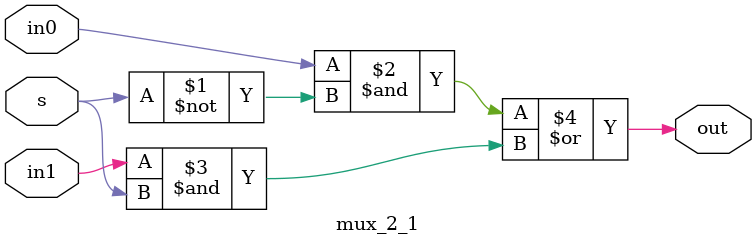
<source format=v>
module mux_2_1(in0, in1, s, out);

	input in0;
	input in1;
	input s;
	output out;

	assign out = (in0 & ~s) | (in1 & s);

endmodule

</source>
